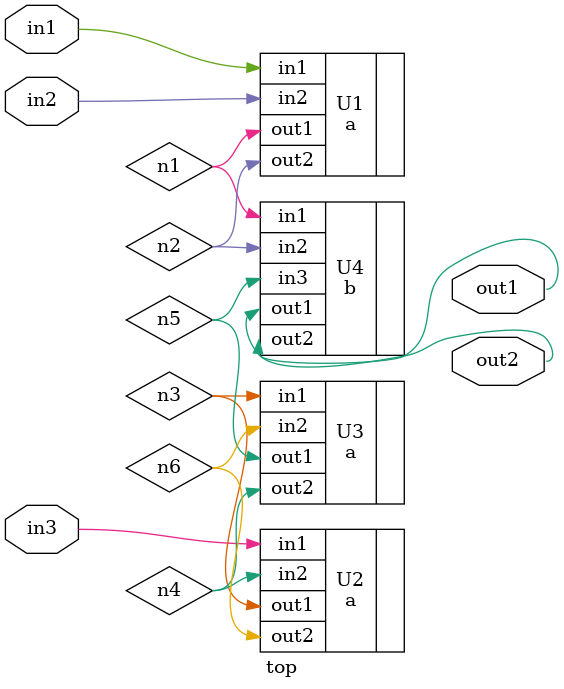
<source format=v>
module top
 ( input wire in1,
   input wire in2,
   input wire in3,
   output out1,
   output  out2
   );

    a U1 
    ( .in1(in1),
      .in2(in2),
      .out1(n1),
      .out2(n2) );
      
    a U2
    ( .in1(in3), .in2(n4), .out1(n3), .out2(n6) );
    
    a U3
    ( .in1(n3),. in2(n6), .out1(n5), .out2( n4 ) );
    
    b U4
    ( .in1(n1), .in2(n2), .in3(n5), .out1(out1), .out2(out2) );
   
endmodule

</source>
